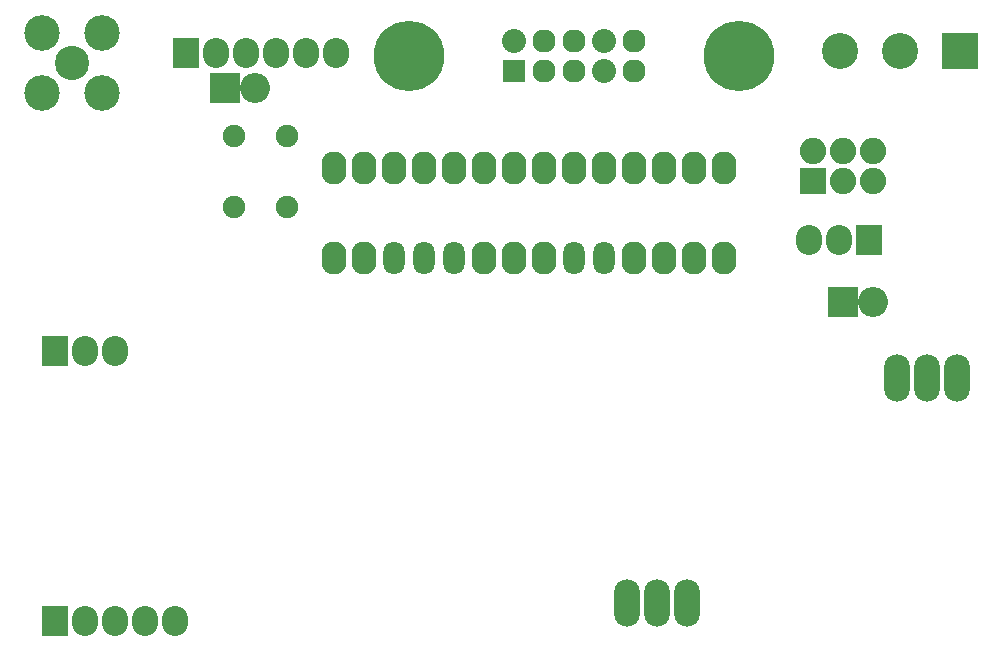
<source format=gbs>
G04 #@! TF.FileFunction,Soldermask,Bot*
%FSLAX46Y46*%
G04 Gerber Fmt 4.6, Leading zero omitted, Abs format (unit mm)*
G04 Created by KiCad (PCBNEW 4.0.1-stable) date 4/15/2016 12:19:49 PM*
%MOMM*%
G01*
G04 APERTURE LIST*
%ADD10C,0.150000*%
%ADD11O,2.108000X2.808000*%
%ADD12O,1.808000X2.808000*%
%ADD13C,5.969000*%
%ADD14R,1.908000X1.908000*%
%ADD15C,2.032000*%
%ADD16C,1.958000*%
%ADD17R,2.540000X2.540000*%
%ADD18O,2.540000X2.540000*%
%ADD19R,2.235200X2.540000*%
%ADD20O,2.235200X2.540000*%
%ADD21R,2.235200X2.235200*%
%ADD22O,2.235200X2.235200*%
%ADD23C,2.908000*%
%ADD24C,3.008000*%
%ADD25C,1.905000*%
%ADD26R,3.048000X3.048000*%
%ADD27C,3.048000*%
%ADD28O,2.207260X4.008120*%
G04 APERTURE END LIST*
D10*
D11*
X43815000Y-36830000D03*
X46355000Y-36830000D03*
D12*
X48895000Y-36830000D03*
X51435000Y-36830000D03*
X53975000Y-36830000D03*
D11*
X56515000Y-36830000D03*
X59055000Y-36830000D03*
X61595000Y-36830000D03*
D12*
X64135000Y-36830000D03*
X66675000Y-36830000D03*
D11*
X69215000Y-36830000D03*
X71755000Y-36830000D03*
X74295000Y-36830000D03*
X76835000Y-36830000D03*
X76835000Y-29210000D03*
X74295000Y-29210000D03*
X71755000Y-29210000D03*
X69215000Y-29210000D03*
X66675000Y-29210000D03*
X64135000Y-29210000D03*
X61595000Y-29210000D03*
X59055000Y-29210000D03*
X56515000Y-29210000D03*
X53975000Y-29210000D03*
X51435000Y-29210000D03*
X48895000Y-29210000D03*
X46355000Y-29210000D03*
X43815000Y-29210000D03*
D13*
X50165000Y-19685000D03*
X78105000Y-19685000D03*
D14*
X59055000Y-20955000D03*
D15*
X59055000Y-18415000D03*
D16*
X61595000Y-20955000D03*
X61595000Y-18415000D03*
X64135000Y-20955000D03*
X64135000Y-18415000D03*
D15*
X66675000Y-20955000D03*
X66675000Y-18415000D03*
D16*
X69215000Y-20955000D03*
X69215000Y-18415000D03*
D17*
X34544000Y-22415500D03*
D18*
X37084000Y-22415500D03*
D19*
X31242000Y-19431000D03*
D20*
X33782000Y-19431000D03*
X36322000Y-19431000D03*
X38862000Y-19431000D03*
X41402000Y-19431000D03*
X43942000Y-19431000D03*
D21*
X84378800Y-30276800D03*
D22*
X84378800Y-27736800D03*
X86918800Y-30276800D03*
X86918800Y-27736800D03*
X89458800Y-30276800D03*
X89458800Y-27736800D03*
D23*
X21590000Y-20320000D03*
D24*
X19050000Y-17780000D03*
X24130000Y-17780000D03*
X24130000Y-22860000D03*
X19050000Y-22860000D03*
D25*
X39842440Y-32463740D03*
X35341560Y-32463740D03*
X39842440Y-26464260D03*
X35341560Y-26464260D03*
D26*
X96774000Y-19304000D03*
D27*
X91694000Y-19304000D03*
X86614000Y-19304000D03*
D17*
X86918800Y-40513000D03*
D18*
X89458800Y-40513000D03*
D19*
X89077800Y-35280600D03*
D20*
X86537800Y-35280600D03*
X83997800Y-35280600D03*
D28*
X71120000Y-66040000D03*
X73660000Y-66040000D03*
X68580000Y-66040000D03*
X93980000Y-46990000D03*
X91440000Y-46990000D03*
X96520000Y-46990000D03*
D19*
X20193000Y-67564000D03*
D20*
X22733000Y-67564000D03*
X25273000Y-67564000D03*
X27813000Y-67564000D03*
X30353000Y-67564000D03*
D19*
X20193000Y-44704000D03*
D20*
X22733000Y-44704000D03*
X25273000Y-44704000D03*
M02*

</source>
